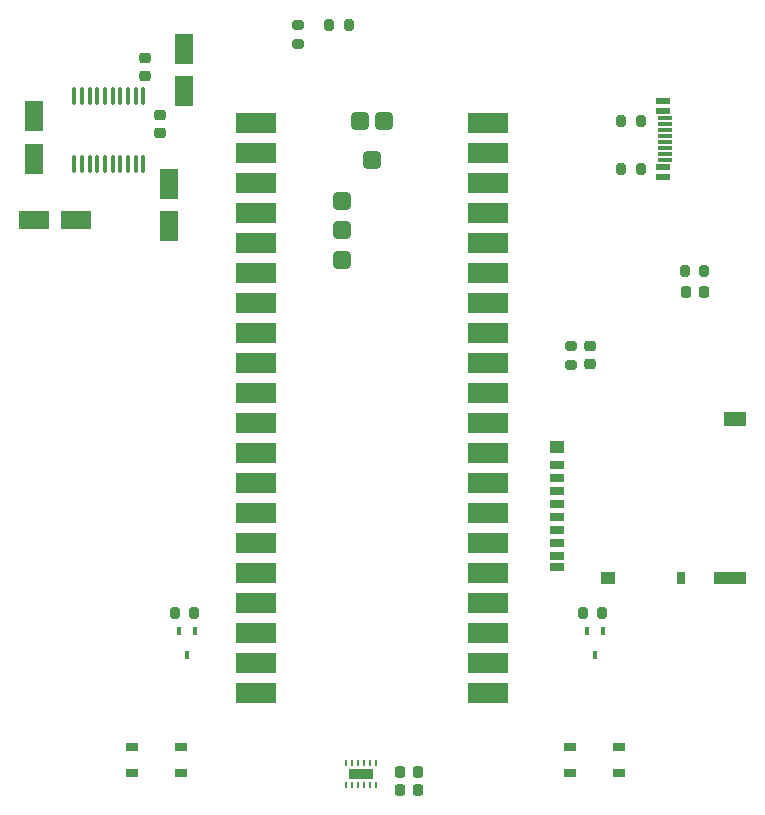
<source format=gbr>
%TF.GenerationSoftware,KiCad,Pcbnew,7.0.10-7.0.10~ubuntu22.04.1*%
%TF.CreationDate,2024-05-07T18:37:12+09:00*%
%TF.ProjectId,TurtlePico,54757274-6c65-4506-9963-6f2e6b696361,rev?*%
%TF.SameCoordinates,Original*%
%TF.FileFunction,Paste,Top*%
%TF.FilePolarity,Positive*%
%FSLAX46Y46*%
G04 Gerber Fmt 4.6, Leading zero omitted, Abs format (unit mm)*
G04 Created by KiCad (PCBNEW 7.0.10-7.0.10~ubuntu22.04.1) date 2024-05-07 18:37:12*
%MOMM*%
%LPD*%
G01*
G04 APERTURE LIST*
G04 Aperture macros list*
%AMRoundRect*
0 Rectangle with rounded corners*
0 $1 Rounding radius*
0 $2 $3 $4 $5 $6 $7 $8 $9 X,Y pos of 4 corners*
0 Add a 4 corners polygon primitive as box body*
4,1,4,$2,$3,$4,$5,$6,$7,$8,$9,$2,$3,0*
0 Add four circle primitives for the rounded corners*
1,1,$1+$1,$2,$3*
1,1,$1+$1,$4,$5*
1,1,$1+$1,$6,$7*
1,1,$1+$1,$8,$9*
0 Add four rect primitives between the rounded corners*
20,1,$1+$1,$2,$3,$4,$5,0*
20,1,$1+$1,$4,$5,$6,$7,0*
20,1,$1+$1,$6,$7,$8,$9,0*
20,1,$1+$1,$8,$9,$2,$3,0*%
G04 Aperture macros list end*
%ADD10R,0.450000X0.700000*%
%ADD11RoundRect,0.200000X-0.200000X-0.275000X0.200000X-0.275000X0.200000X0.275000X-0.200000X0.275000X0*%
%ADD12RoundRect,0.200000X-0.275000X0.200000X-0.275000X-0.200000X0.275000X-0.200000X0.275000X0.200000X0*%
%ADD13RoundRect,0.200000X0.200000X0.275000X-0.200000X0.275000X-0.200000X-0.275000X0.200000X-0.275000X0*%
%ADD14R,0.250000X0.500000*%
%ADD15R,2.000000X0.900000*%
%ADD16RoundRect,0.225000X0.250000X-0.225000X0.250000X0.225000X-0.250000X0.225000X-0.250000X-0.225000X0*%
%ADD17R,1.050000X0.650000*%
%ADD18RoundRect,0.250000X-0.550000X1.050000X-0.550000X-1.050000X0.550000X-1.050000X0.550000X1.050000X0*%
%ADD19RoundRect,0.225000X-0.225000X-0.250000X0.225000X-0.250000X0.225000X0.250000X-0.225000X0.250000X0*%
%ADD20R,3.500000X1.700000*%
%ADD21RoundRect,0.381000X-0.381000X-0.381000X0.381000X-0.381000X0.381000X0.381000X-0.381000X0.381000X0*%
%ADD22R,1.200000X0.700000*%
%ADD23R,0.800000X1.000000*%
%ADD24R,1.200000X1.000000*%
%ADD25R,2.800000X1.000000*%
%ADD26R,1.900000X1.300000*%
%ADD27RoundRect,0.250000X1.050000X0.550000X-1.050000X0.550000X-1.050000X-0.550000X1.050000X-0.550000X0*%
%ADD28RoundRect,0.100000X-0.100000X0.637500X-0.100000X-0.637500X0.100000X-0.637500X0.100000X0.637500X0*%
%ADD29R,1.150000X0.600000*%
%ADD30R,1.150000X0.300000*%
%ADD31RoundRect,0.250000X0.550000X-1.050000X0.550000X1.050000X-0.550000X1.050000X-0.550000X-1.050000X0*%
%ADD32RoundRect,0.225000X-0.250000X0.225000X-0.250000X-0.225000X0.250000X-0.225000X0.250000X0.225000X0*%
%ADD33RoundRect,0.225000X0.225000X0.250000X-0.225000X0.250000X-0.225000X-0.250000X0.225000X-0.250000X0*%
G04 APERTURE END LIST*
D10*
%TO.C,Q1*%
X164988000Y-114840000D03*
X163688000Y-114840000D03*
X164338000Y-116840000D03*
%TD*%
D11*
%TO.C,R4*%
X166561000Y-71628000D03*
X168211000Y-71628000D03*
%TD*%
D12*
%TO.C,R8*%
X139192000Y-63500000D03*
X139192000Y-65150000D03*
%TD*%
D13*
%TO.C,R7*%
X143510000Y-63500000D03*
X141860000Y-63500000D03*
%TD*%
D14*
%TO.C,IC1*%
X145796000Y-125984000D03*
X145296000Y-125984000D03*
X144796000Y-125984000D03*
X144296000Y-125984000D03*
X143796000Y-125984000D03*
X143296000Y-125984000D03*
X143296000Y-127884000D03*
X143796000Y-127884000D03*
X144296000Y-127884000D03*
X144796000Y-127884000D03*
X145296000Y-127884000D03*
X145796000Y-127884000D03*
D15*
X144546000Y-126934000D03*
%TD*%
D13*
%TO.C,R6*%
X130428000Y-113284000D03*
X128778000Y-113284000D03*
%TD*%
%TO.C,R5*%
X164972000Y-113284000D03*
X163322000Y-113284000D03*
%TD*%
D16*
%TO.C,C2*%
X163957000Y-92202000D03*
X163957000Y-90652000D03*
%TD*%
D17*
%TO.C,SW2*%
X125179000Y-124655000D03*
X125179000Y-126805000D03*
X129329000Y-124655000D03*
X129329000Y-126805000D03*
%TD*%
D18*
%TO.C,C6*%
X128270000Y-76940000D03*
X128270000Y-80540000D03*
%TD*%
D11*
%TO.C,R3*%
X171958000Y-84328000D03*
X173608000Y-84328000D03*
%TD*%
D16*
%TO.C,C3*%
X126238000Y-67818000D03*
X126238000Y-66268000D03*
%TD*%
D19*
%TO.C,C9*%
X147815000Y-126746000D03*
X149365000Y-126746000D03*
%TD*%
D17*
%TO.C,SW1*%
X162263000Y-124655000D03*
X162263000Y-126805000D03*
X166413000Y-124655000D03*
X166413000Y-126805000D03*
%TD*%
D20*
%TO.C,U2*%
X135675900Y-71770000D03*
X135675900Y-74310000D03*
X135675900Y-76850000D03*
X135675900Y-79390000D03*
X135675900Y-81930000D03*
X135675900Y-84470000D03*
X135675900Y-87010000D03*
X135675900Y-89550000D03*
X135675900Y-92090000D03*
X135675900Y-94630000D03*
X135675900Y-97170000D03*
X135675900Y-99710000D03*
X135675900Y-102250000D03*
X135675900Y-104790000D03*
X135675900Y-107330000D03*
X135675900Y-109870000D03*
X135675900Y-112410000D03*
X135675900Y-114950000D03*
X135675900Y-117490000D03*
X135675900Y-120030000D03*
X155255900Y-120030000D03*
X155255900Y-117490000D03*
X155255900Y-114950000D03*
X155255900Y-112410000D03*
X155255900Y-109870000D03*
X155255900Y-107330000D03*
X155255900Y-104790000D03*
X155255900Y-102250000D03*
X155255900Y-99710000D03*
X155255900Y-97170000D03*
X155255900Y-94630000D03*
X155255900Y-92090000D03*
X155255900Y-89550000D03*
X155255900Y-87010000D03*
X155255900Y-84470000D03*
X155255900Y-81930000D03*
X155255900Y-79390000D03*
X155255900Y-76850000D03*
X155255900Y-74310000D03*
X155255900Y-71770000D03*
D21*
X145465900Y-74900000D03*
X146465900Y-71600000D03*
X144465900Y-71600000D03*
X142965900Y-78400000D03*
X142965900Y-80900000D03*
X142965900Y-83400000D03*
%TD*%
D22*
%TO.C,J11*%
X161133000Y-100760000D03*
X161133000Y-101860000D03*
X161133000Y-102960000D03*
X161133000Y-104060000D03*
X161133000Y-105160000D03*
X161133000Y-106260000D03*
X161133000Y-107360000D03*
X161133000Y-108460000D03*
X161133000Y-109410000D03*
D23*
X171633000Y-110360000D03*
D24*
X165433000Y-110360000D03*
D25*
X175783000Y-110360000D03*
D24*
X161133000Y-99210000D03*
D26*
X176233000Y-96860000D03*
%TD*%
D27*
%TO.C,C8*%
X120418000Y-80010000D03*
X116818000Y-80010000D03*
%TD*%
D11*
%TO.C,R1*%
X166561000Y-75692000D03*
X168211000Y-75692000D03*
%TD*%
D28*
%TO.C,U1*%
X126115000Y-69527500D03*
X125465000Y-69527500D03*
X124815000Y-69527500D03*
X124165000Y-69527500D03*
X123515000Y-69527500D03*
X122865000Y-69527500D03*
X122215000Y-69527500D03*
X121565000Y-69527500D03*
X120915000Y-69527500D03*
X120265000Y-69527500D03*
X120265000Y-75252500D03*
X120915000Y-75252500D03*
X121565000Y-75252500D03*
X122215000Y-75252500D03*
X122865000Y-75252500D03*
X123515000Y-75252500D03*
X124165000Y-75252500D03*
X124815000Y-75252500D03*
X125465000Y-75252500D03*
X126115000Y-75252500D03*
%TD*%
D19*
%TO.C,C10*%
X147828000Y-128270000D03*
X149378000Y-128270000D03*
%TD*%
D29*
%TO.C,J1*%
X170143700Y-76350400D03*
X170143700Y-75550000D03*
D30*
X170272500Y-74400000D03*
X170272500Y-73400000D03*
X170272500Y-72900000D03*
X170272500Y-71900000D03*
D29*
X170143700Y-69950000D03*
X170143700Y-70750000D03*
D30*
X170272500Y-71400000D03*
X170272500Y-72400000D03*
X170272500Y-73900000D03*
X170272500Y-74900000D03*
%TD*%
D10*
%TO.C,Q2*%
X130444000Y-114840000D03*
X129144000Y-114840000D03*
X129794000Y-116840000D03*
%TD*%
D18*
%TO.C,C7*%
X116840000Y-71225000D03*
X116840000Y-74825000D03*
%TD*%
D31*
%TO.C,C5*%
X129540000Y-69110000D03*
X129540000Y-65510000D03*
%TD*%
D12*
%TO.C,R2*%
X162306000Y-90678000D03*
X162306000Y-92328000D03*
%TD*%
D32*
%TO.C,C4*%
X127508000Y-71107000D03*
X127508000Y-72657000D03*
%TD*%
D33*
%TO.C,C1*%
X173622000Y-86106000D03*
X172072000Y-86106000D03*
%TD*%
M02*

</source>
